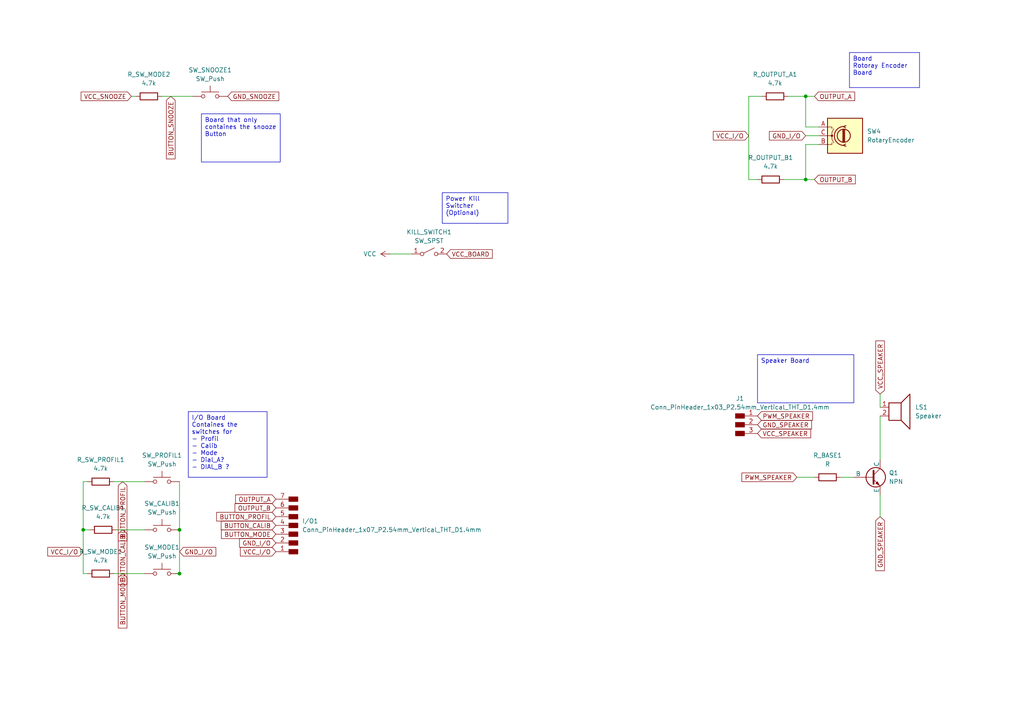
<source format=kicad_sch>
(kicad_sch (version 20230121) (generator eeschema)
  (paper "A4")
  (title_block (title "Fundamentals") (date "2023-12-13") (rev "1.0") (company "HSRW") (comment 1 "ATtiny 1614"))
  (lib_symbols
    (symbol "Device:R" (pin_numbers hide) (pin_names (offset 0))
      (property "Reference" "R" (at 2.032 0 90))
      (property "Value" "R" (at 0 0 90))
      (symbol "R_0_1"
        (rectangle (start -1.016 -2.54) (end 1.016 2.54) (stroke (width 0.254)))
      )
      (symbol "R_1_1"
        (pin passive line (at 0 3.81 270) (length 1.27) (name "~") (number "1"))
        (pin passive line (at 0 -3.81 90) (length 1.27) (name "~") (number "2"))
      )
    )
    (symbol "Device:RotaryEncoder" (pin_names (offset 0.254) hide)
      (property "Reference" "SW" (at 0 6.604 0))
      (property "Value" "RotaryEncoder" (at 0 -6.604 0))
      (symbol "RotaryEncoder_0_1"
        (rectangle (start -5.08 5.08) (end 5.08 -5.08) (stroke (width 0.254)) (fill (type background)))
        (circle (center -3.81 0) (radius 0.254) (fill (type outline)))
        (circle (center -0.381 0) (radius 1.905) (stroke (width 0.254)))
        (arc (start -0.381 2.667) (mid -3.0988 -0.0635) (end -0.381 -2.794) (stroke (width 0.254)))
        (polyline (pts (xy -0.635 -1.778) (xy -0.635 1.778)) (stroke (width 0.254)))
        (polyline (pts (xy -0.381 -1.778) (xy -0.381 1.778)) (stroke (width 0.254)))
        (polyline (pts (xy -0.127 1.778) (xy -0.127 -1.778)) (stroke (width 0.254)))
        (polyline (pts (xy -5.08 -2.54) (xy -3.81 -2.54) (xy -3.81 -2.032)))
        (polyline (pts (xy -5.08 2.54) (xy -3.81 2.54) (xy -3.81 2.032)))
        (polyline (pts (xy 0.254 -3.048) (xy -0.508 -2.794) (xy 0.127 -2.413)) (stroke (width 0.254)))
        (polyline (pts (xy 0.254 2.921) (xy -0.508 2.667) (xy 0.127 2.286)) (stroke (width 0.254)))
        (polyline (pts (xy -5.08 0) (xy -3.81 0) (xy -3.81 -1.016) (xy -3.302 -2.032)))
        (polyline (pts (xy -4.318 0) (xy -3.81 0) (xy -3.81 1.016) (xy -3.302 2.032)))
      )
      (symbol "RotaryEncoder_1_1"
        (pin passive line (at -7.62 2.54 0) (length 2.54) (name "A") (number "A"))
        (pin passive line (at -7.62 -2.54 0) (length 2.54) (name "B") (number "B"))
        (pin passive line (at -7.62 0 0) (length 2.54) (name "C") (number "C"))
      )
    )
    (symbol "Device:Speaker" (pin_names (offset 0) hide)
      (property "Reference" "LS" (at 1.27 5.715 0))
      (property "Value" "Speaker" (at 1.27 3.81 0))
      (symbol "Speaker_0_0"
        (rectangle (start -2.54 1.27) (end 1.016 -3.81) (stroke (width 0.254)))
        (polyline (pts (xy 1.016 1.27) (xy 3.556 3.81) (xy 3.556 -6.35) (xy 1.016 -3.81)) (stroke (width 0.254)))
      )
      (symbol "Speaker_1_1"
        (pin input line (at -5.08 0 0) (length 2.54) (name "1") (number "1"))
        (pin input line (at -5.08 -2.54 0) (length 2.54) (name "2") (number "2"))
      )
    )
    (symbol "Simulation_SPICE:NPN" (pin_numbers hide) (pin_names (offset 0))
      (property "Reference" "Q" (at -2.54 7.62 0))
      (property "Value" "NPN" (at -2.54 5.08 0))
      (symbol "NPN_0_1"
        (polyline (pts (xy -2.54 0) (xy 0.635 0)) (stroke (width 0.1524)))
        (polyline (pts (xy 0.635 0.635) (xy 2.54 2.54)))
        (polyline (pts (xy 2.794 -1.27) (xy 2.794 -1.27)) (stroke (width 0.1524)))
        (polyline (pts (xy 2.794 -1.27) (xy 2.794 -1.27)) (stroke (width 0.1524)))
        (polyline (pts (xy 0.635 -0.635) (xy 2.54 -2.54) (xy 2.54 -2.54)))
        (polyline (pts (xy 0.635 1.905) (xy 0.635 -1.905) (xy 0.635 -1.905)) (stroke (width 0.508)))
        (polyline (pts (xy 1.27 -1.778) (xy 1.778 -1.27) (xy 2.286 -2.286) (xy 1.27 -1.778) (xy 1.27 -1.778)) (fill (type outline)))
        (circle (center 1.27 0) (radius 2.8194) (stroke (width 0.254)))
      )
      (symbol "NPN_1_1"
        (pin open_collector line (at 2.54 5.08 270) (length 2.54) (name "C") (number "1"))
        (pin input line (at -5.08 0 0) (length 2.54) (name "B") (number "2"))
        (pin open_emitter line (at 2.54 -5.08 90) (length 2.54) (name "E") (number "3"))
      )
    )
    (symbol "Switch:SW_Push" (pin_numbers hide) (pin_names (offset 1.016) hide)
      (property "Reference" "SW" (at 1.27 2.54 0))
      (property "Value" "SW_Push" (at 0 -1.524 0))
      (symbol "SW_Push_0_1"
        (circle (center -2.032 0) (radius 0.508))
        (polyline (pts (xy 0 1.27) (xy 0 3.048)))
        (polyline (pts (xy 2.54 1.27) (xy -2.54 1.27)))
        (circle (center 2.032 0) (radius 0.508))
        (pin passive line (at -5.08 0 0) (length 2.54) (name "1") (number "1"))
        (pin passive line (at 5.08 0 180) (length 2.54) (name "2") (number "2"))
      )
    )
    (symbol "Switch:SW_SPST" (pin_names (offset 0) hide)
      (property "Reference" "SW" (at 0 3.175 0))
      (property "Value" "SW_SPST" (at 0 -2.54 0))
      (symbol "SW_SPST_0_0"
        (circle (center -2.032 0) (radius 0.508))
        (polyline (pts (xy -1.524 0.254) (xy 1.524 1.778)))
        (circle (center 2.032 0) (radius 0.508))
      )
      (symbol "SW_SPST_1_1"
        (pin passive line (at -5.08 0 0) (length 2.54) (name "A") (number "1"))
        (pin passive line (at 5.08 0 180) (length 2.54) (name "B") (number "2"))
      )
    )
    (symbol "fab:Conn_PinHeader_1x03_P2.54mm_Vertical_THT_D1.4mm" (pin_names hide)
      (property "Reference" "J" (at 0 5.08 0))
      (property "Value" "Conn_PinHeader_1x03_P2.54mm_Vertical_THT_D1.4mm" (at 0 -5.08 0))
      (symbol "Conn_PinHeader_1x03_P2.54mm_Vertical_THT_D1.4mm_1_1"
        (rectangle (start -1.27 -1.905) (end 1.27 -3.175) (stroke (width 0.254)) (fill (type outline)))
        (rectangle (start -1.27 0.635) (end 1.27 -0.635) (stroke (width 0.254)) (fill (type outline)))
        (rectangle (start -1.27 3.175) (end 1.27 1.905) (stroke (width 0.254)) (fill (type outline)))
        (pin passive line (at 5.08 2.54 180) (length 3.81) (name "Pin_1") (number "1"))
        (pin passive line (at 5.08 0 180) (length 3.81) (name "Pin_2") (number "2"))
        (pin passive line (at 5.08 -2.54 180) (length 3.81) (name "Pin_3") (number "3"))
      )
    )
    (symbol "fab:Conn_PinHeader_1x07_P2.54mm_Vertical_THT_D1.4mm" (pin_names hide)
      (property "Reference" "J" (at 0 10.16 0))
      (property "Value" "Conn_PinHeader_1x07_P2.54mm_Vertical_THT_D1.4mm" (at 0 -10.16 0))
      (symbol "Conn_PinHeader_1x07_P2.54mm_Vertical_THT_D1.4mm_1_1"
        (rectangle (start -1.27 -6.985) (end 1.27 -8.255) (stroke (width 0.254)) (fill (type outline)))
        (rectangle (start -1.27 -4.445) (end 1.27 -5.715) (stroke (width 0.254)) (fill (type outline)))
        (rectangle (start -1.27 -1.905) (end 1.27 -3.175) (stroke (width 0.254)) (fill (type outline)))
        (rectangle (start -1.27 0.635) (end 1.27 -0.635) (stroke (width 0.254)) (fill (type outline)))
        (rectangle (start -1.27 3.175) (end 1.27 1.905) (stroke (width 0.254)) (fill (type outline)))
        (rectangle (start -1.27 5.715) (end 1.27 4.445) (stroke (width 0.254)) (fill (type outline)))
        (rectangle (start -1.27 8.255) (end 1.27 6.985) (stroke (width 0.254)) (fill (type outline)))
        (pin passive line (at 5.08 7.62 180) (length 3.81) (name "Pin_1") (number "1"))
        (pin passive line (at 5.08 5.08 180) (length 3.81) (name "Pin_2") (number "2"))
        (pin passive line (at 5.08 2.54 180) (length 3.81) (name "Pin_3") (number "3"))
        (pin passive line (at 5.08 0 180) (length 3.81) (name "Pin_4") (number "4"))
        (pin passive line (at 5.08 -2.54 180) (length 3.81) (name "Pin_5") (number "5"))
        (pin passive line (at 5.08 -5.08 180) (length 3.81) (name "Pin_6") (number "6"))
        (pin passive line (at 5.08 -7.62 180) (length 3.81) (name "Pin_7") (number "7"))
      )
    )
    (symbol "power:VCC" (power) (pin_names (offset 0))
      (property "Value" "VCC" (at 0 3.81 0))
      (symbol "VCC_0_1"
        (polyline (pts (xy -0.762 1.27) (xy 0 2.54)))
        (polyline (pts (xy 0 0) (xy 0 2.54)))
        (polyline (pts (xy 0 2.54) (xy 0.762 1.27)))
      )
      (symbol "VCC_1_1"
        (pin power_in line (at 0 0 90) (length 0) hide (name "VCC") (number "1"))
      )
    )
  )
  (junction (at 233.68 27.94))
  (junction (at 233.68 52.07))
  (junction (at 24.13 153.67))
  (junction (at 52.07 166.37))
  (junction (at 52.07 153.67))
  (wire (pts (xy 113.03 73.66) (xy 119.38 73.66)))
  (wire (pts (xy 255.27 149.86) (xy 255.27 143.51)))
  (wire (pts (xy 46.99 27.94) (xy 55.88 27.94)))
  (wire (pts (xy 233.68 41.91) (xy 233.68 52.07)))
  (wire (pts (xy 38.1 27.94) (xy 39.37 27.94)))
  (wire (pts (xy 233.68 27.94) (xy 228.6 27.94)))
  (wire (pts (xy 233.68 27.94) (xy 233.68 36.83)))
  (wire (pts (xy 243.84 138.43) (xy 247.65 138.43)))
  (wire (pts (xy 255.27 120.65) (xy 255.27 133.35)))
  (wire (pts (xy 236.22 27.94) (xy 233.68 27.94)))
  (wire (pts (xy 233.68 36.83) (xy 237.49 36.83)))
  (wire (pts (xy 233.68 39.37) (xy 237.49 39.37)))
  (wire (pts (xy 227.33 52.07) (xy 233.68 52.07)))
  (wire (pts (xy 33.02 139.7) (xy 41.91 139.7)))
  (wire (pts (xy 220.98 27.94) (xy 217.17 27.94)))
  (wire (pts (xy 24.13 153.67) (xy 24.13 166.37)))
  (wire (pts (xy 231.14 138.43) (xy 236.22 138.43)))
  (wire (pts (xy 217.17 27.94) (xy 217.17 52.07)))
  (wire (pts (xy 24.13 139.7) (xy 24.13 153.67)))
  (wire (pts (xy 255.27 114.3) (xy 255.27 118.11)))
  (wire (pts (xy 52.07 153.67) (xy 52.07 166.37)))
  (wire (pts (xy 52.07 139.7) (xy 52.07 153.67)))
  (wire (pts (xy 24.13 153.67) (xy 26.1136 153.67)))
  (wire (pts (xy 33.7336 153.67) (xy 41.91 153.67)))
  (wire (pts (xy 24.13 139.7) (xy 25.4 139.7)))
  (wire (pts (xy 233.68 41.91) (xy 237.49 41.91)))
  (wire (pts (xy 24.13 166.37) (xy 25.4 166.37)))
  (wire (pts (xy 217.17 52.07) (xy 219.71 52.07)))
  (wire (pts (xy 52.07 166.37) (xy 50.8 166.37)))
  (wire (pts (xy 33.02 166.37) (xy 41.91 166.37)))
  (wire (pts (xy 233.68 52.07) (xy 236.22 52.07)))
  (text_box "Board\nRotoray Encoder Board" (at 246.38 15.24 0) (size 20.32 10.16) (effects (font (size 1.27 1.27)) (justify left top)))
  (text_box "I/O Board\nContaines the switches for \n- Profil\n- Calib\n- Mode\n- Dial_A?\n- DIAL_B ? " (at 54.61 119.38 0) (size 22.86 19.05) (effects (font (size 1.27 1.27)) (justify left top)))
  (text_box "Speaker Board\n" (at 219.71 102.87 0) (size 27.94 13.97) (effects (font (size 1.27 1.27)) (justify left top)))
  (text_box "Power Kill Switcher (Optional)" (at 128.27 55.88 0) (size 19.05 8.89) (effects (font (size 1.27 1.27)) (justify left top)))
  (text_box "Board that only containes the snooze Button" (at 58.42 33.02 0) (size 22.86 13.97) (effects (font (size 1.27 1.27)) (justify left top)))
  (global_label "PWM_SPEAKER" (shape input) (at 219.71 120.65 0) (property "Intersheetrefs" "${INTERSHEET_REFS}" (effects hide)))
  (global_label "GND_SPEAKER" (shape input) (at 219.71 123.19 0) (property "Intersheetrefs" "${INTERSHEET_REFS}" (effects hide)))
  (global_label "VCC_SPEAKER" (shape input) (at 219.71 125.73 0) (property "Intersheetrefs" "${INTERSHEET_REFS}" (effects hide)))
  (global_label "VCC_I{slash}O" (shape input) (at 80.01 160.02 180) (property "Intersheetrefs" "${INTERSHEET_REFS}" (effects hide)))
  (global_label "GND_I{slash}O" (shape input) (at 233.68 39.37 180) (property "Intersheetrefs" "${INTERSHEET_REFS}" (effects hide)))
  (global_label "PWM_SPEAKER" (shape input) (at 231.14 138.43 180) (property "Intersheetrefs" "${INTERSHEET_REFS}" (effects hide)))
  (global_label "BUTTON_CALIB" (shape input) (at 80.01 152.4 180) (property "Intersheetrefs" "${INTERSHEET_REFS}" (effects hide)))
  (global_label "BUTTON_MODE" (shape input) (at 35.56 166.37 270) (property "Intersheetrefs" "${INTERSHEET_REFS}" (effects hide)))
  (global_label "BUTTON_PROFIL" (shape input) (at 35.56 139.7 270) (property "Intersheetrefs" "${INTERSHEET_REFS}" (effects hide)))
  (global_label "BUTTON_MODE" (shape input) (at 80.01 154.94 180) (property "Intersheetrefs" "${INTERSHEET_REFS}" (effects hide)))
  (global_label "GND_SPEAKER" (shape input) (at 255.27 149.86 270) (property "Intersheetrefs" "${INTERSHEET_REFS}" (effects hide)))
  (global_label "GND_SNOOZE" (shape input) (at 66.04 27.94 0) (property "Intersheetrefs" "${INTERSHEET_REFS}" (effects hide)))
  (global_label "VCC_SPEAKER" (shape input) (at 255.27 114.3 90) (property "Intersheetrefs" "${INTERSHEET_REFS}" (effects hide)))
  (global_label "GND_I{slash}O" (shape input) (at 80.01 157.48 180) (property "Intersheetrefs" "${INTERSHEET_REFS}" (effects hide)))
  (global_label "VCC_BOARD" (shape input) (at 129.54 73.66 0) (property "Intersheetrefs" "${INTERSHEET_REFS}" (effects hide)))
  (global_label "OUTPUT_B" (shape input) (at 236.22 52.07 0) (property "Intersheetrefs" "${INTERSHEET_REFS}" (effects hide)))
  (global_label "VCC_SNOOZE" (shape input) (at 38.1 27.94 180) (property "Intersheetrefs" "${INTERSHEET_REFS}" (effects hide)))
  (global_label "VCC_I{slash}O" (shape input) (at 217.17 39.37 180) (property "Intersheetrefs" "${INTERSHEET_REFS}" (effects hide)))
  (global_label "VCC_I{slash}O" (shape input) (at 24.13 160.02 180) (property "Intersheetrefs" "${INTERSHEET_REFS}" (effects hide)))
  (global_label "BUTTON_PROFIL" (shape input) (at 80.01 149.86 180) (property "Intersheetrefs" "${INTERSHEET_REFS}" (effects hide)))
  (global_label "OUTPUT_A" (shape input) (at 80.01 144.78 180) (property "Intersheetrefs" "${INTERSHEET_REFS}" (effects hide)))
  (global_label "BUTTON_SNOOZE" (shape input) (at 49.53 27.94 270) (property "Intersheetrefs" "${INTERSHEET_REFS}" (effects hide)))
  (global_label "OUTPUT_B" (shape input) (at 80.01 147.32 180) (property "Intersheetrefs" "${INTERSHEET_REFS}" (effects hide)))
  (global_label "OUTPUT_A" (shape input) (at 236.22 27.94 0) (property "Intersheetrefs" "${INTERSHEET_REFS}" (effects hide)))
  (global_label "GND_I{slash}O" (shape input) (at 52.07 160.02 0) (property "Intersheetrefs" "${INTERSHEET_REFS}" (effects hide)))
  (global_label "BUTTON_CALIB" (shape input) (at 35.56 153.67 270) (property "Intersheetrefs" "${INTERSHEET_REFS}" (effects hide)))
  (symbol (lib_id "Switch:SW_Push") (at 46.99 166.37 0) (unit 1)
    (property "Reference" "SW_MODE1" (at 46.99 158.75 0))
    (property "Value" "SW_Push" (at 46.99 161.29 0))
  )
  (symbol (lib_id "Switch:SW_Push") (at 60.96 27.94 0) (unit 1)
    (property "Reference" "SW_SNOOZE1" (at 60.96 20.32 0))
    (property "Value" "SW_Push" (at 60.96 22.86 0))
  )
  (symbol (lib_id "Switch:SW_Push") (at 46.99 139.7 0) (unit 1)
    (property "Reference" "SW_PROFIL1" (at 46.99 132.08 0))
    (property "Value" "SW_Push" (at 46.99 134.62 0))
  )
  (symbol (lib_id "fab:Conn_PinHeader_1x03_P2.54mm_Vertical_THT_D1.4mm") (at 214.63 123.19 0) (unit 1)
    (property "Reference" "J1" (at 214.63 115.57 0))
    (property "Value" "Conn_PinHeader_1x03_P2.54mm_Vertical_THT_D1.4mm" (at 214.63 118.11 0))
    (property "Footprint" "fab:PinHeader_1x03_P2.54mm_Vertical_THT_D1.4mm" (effects hide))
  )
  (symbol (lib_id "Device:R") (at 240.03 138.43 270) (unit 1)
    (property "Reference" "R_BASE1" (at 240.03 132.08 90))
    (property "Value" "R" (at 240.03 134.62 90))
    (property "Footprint" "fab:R_1206" (effects hide))
  )
  (symbol (lib_id "Device:R") (at 224.79 27.94 270) (unit 1)
    (property "Reference" "R_OUTPUT_A1" (at 224.79 21.59 90))
    (property "Value" "4.7k" (at 224.79 24.13 90))
    (property "Footprint" "fab:R_1206" (effects hide))
  )
  (symbol (lib_id "Device:R") (at 223.52 52.07 270) (unit 1)
    (property "Reference" "R_OUTPUT_B1" (at 223.52 45.72 90))
    (property "Value" "4.7k" (at 223.52 48.26 90))
    (property "Footprint" "fab:R_1206" (effects hide))
  )
  (symbol (lib_id "Switch:SW_Push") (at 46.99 153.67 0) (unit 1)
    (property "Reference" "SW_CALIB1" (at 46.99 146.05 0))
    (property "Value" "SW_Push" (at 46.99 148.59 0))
  )
  (symbol (lib_id "Device:R") (at 29.21 166.37 270) (unit 1)
    (property "Reference" "R_SW_MODE1" (at 29.21 160.02 90))
    (property "Value" "4.7k" (at 29.21 162.56 90))
    (property "Footprint" "fab:R_1206" (effects hide))
  )
  (symbol (lib_id "Device:Speaker") (at 260.35 118.11 0) (unit 1)
    (property "Reference" "LS1" (at 265.43 118.11 0) (effects (justify left)))
    (property "Value" "Speaker" (at 265.43 120.65 0) (effects (justify left)))
  )
  (symbol (lib_id "Device:R") (at 29.9236 153.67 270) (unit 1)
    (property "Reference" "R_SW_CALIB1" (at 29.9236 147.32 90))
    (property "Value" "4.7k" (at 29.9236 149.86 90))
    (property "Footprint" "fab:R_1206" (effects hide))
  )
  (symbol (lib_id "fab:Conn_PinHeader_1x07_P2.54mm_Vertical_THT_D1.4mm") (at 85.09 152.4 180) (unit 1)
    (property "Reference" "I/O1" (at 87.63 151.13 0) (effects (justify right)))
    (property "Value" "Conn_PinHeader_1x07_P2.54mm_Vertical_THT_D1.4mm" (at 87.63 153.67 0) (effects (justify right)))
    (property "Footprint" "fab:PinHeader_1x07_P2.54mm_Vertical_THT_D1.4mm" (effects hide))
    (property "Datasheet" "https://media.digikey.com/PDF/Data%20Sheets/Sullins%20PDFs/xRxCzzzSxxN-RC_ST_11635-B.pdf" (effects hide))
  )
  (symbol (lib_id "Device:RotaryEncoder") (at 245.11 39.37 0) (unit 1)
    (property "Reference" "SW4" (at 251.46 38.1 0) (effects (justify left)))
    (property "Value" "RotaryEncoder" (at 251.46 40.64 0) (effects (justify left)))
  )
  (symbol (lib_id "Device:R") (at 43.18 27.94 270) (unit 1)
    (property "Reference" "R_SW_MODE2" (at 43.18 21.59 90))
    (property "Value" "4.7k" (at 43.18 24.13 90))
    (property "Footprint" "fab:R_1206" (effects hide))
  )
  (symbol (lib_id "Simulation_SPICE:NPN") (at 252.73 138.43 0) (unit 1)
    (property "Reference" "Q1" (at 257.81 137.16 0) (effects (justify left)))
    (property "Value" "NPN" (at 257.81 139.7 0) (effects (justify left)))
    (property "Sim.Device" "NPN" (effects hide))
    (property "Sim.Type" "GUMMELPOON" (effects hide))
    (property "Sim.Pins" "1=C 2=B 3=E" (effects hide))
  )
  (symbol (lib_id "Device:R") (at 29.21 139.7 270) (unit 1)
    (property "Reference" "R_SW_PROFIL1" (at 29.21 133.35 90))
    (property "Value" "4.7k" (at 29.21 135.89 90))
    (property "Footprint" "fab:R_1206" (effects hide))
  )
  (symbol (lib_id "power:VCC") (at 113.03 73.66 90) (unit 1)
    (property "Reference" "#PWR01" (effects hide))
    (property "Value" "VCC" (at 109.22 73.66 90) (effects (justify left)))
  )
  (symbol (lib_id "Switch:SW_SPST") (at 124.46 73.66 0) (unit 1)
    (property "Reference" "KILL_SWITCH1" (at 124.46 67.31 0))
    (property "Value" "SW_SPST" (at 124.46 69.85 0))
  )
)
</source>
